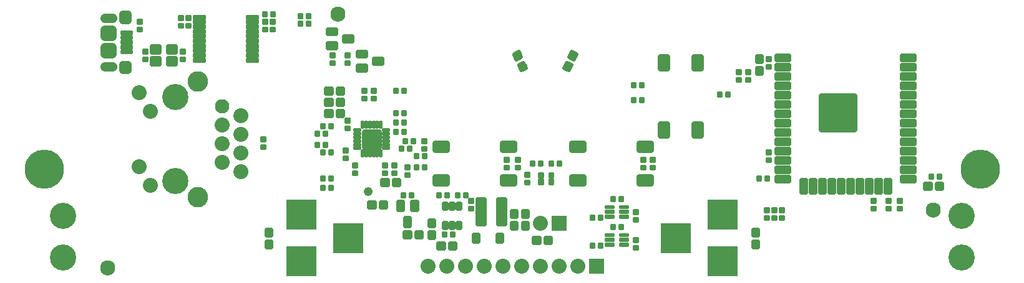
<source format=gbr>
G04 EAGLE Gerber RS-274X export*
G75*
%MOMM*%
%FSLAX34Y34*%
%LPD*%
%INSoldermask Top*%
%IPPOS*%
%AMOC8*
5,1,8,0,0,1.08239X$1,22.5*%
G01*
%ADD10C,5.334000*%
%ADD11C,3.556000*%
%ADD12C,0.450238*%
%ADD13C,0.601919*%
%ADD14C,0.490878*%
%ADD15C,0.668838*%
%ADD16C,0.572516*%
%ADD17C,0.744300*%
%ADD18C,0.735559*%
%ADD19C,0.565459*%
%ADD20C,1.270000*%
%ADD21C,0.451259*%
%ADD22C,0.959319*%
%ADD23C,1.206238*%
%ADD24C,0.344378*%
%ADD25C,0.743578*%
%ADD26C,2.032000*%
%ADD27C,1.954000*%
%ADD28C,2.794000*%
%ADD29C,3.554000*%
%ADD30R,4.064000X4.064000*%
%ADD31C,0.461159*%
%ADD32R,2.032000X2.032000*%
%ADD33C,0.392400*%
%ADD34C,0.659878*%
%ADD35C,0.377950*%
%ADD36C,1.000000*%
%ADD37C,1.210400*%


D10*
X50800Y152400D03*
X1320800Y152400D03*
D11*
X76200Y88900D03*
X76200Y31750D03*
X1295400Y31750D03*
X1295400Y88900D03*
D12*
X248399Y346041D02*
X248399Y349579D01*
X248399Y346041D02*
X244361Y346041D01*
X244361Y349579D01*
X248399Y349579D01*
X248399Y356541D02*
X248399Y360079D01*
X248399Y356541D02*
X244361Y356541D01*
X244361Y360079D01*
X248399Y360079D01*
X345961Y194979D02*
X345961Y191441D01*
X345961Y194979D02*
X349999Y194979D01*
X349999Y191441D01*
X345961Y191441D01*
X345961Y184479D02*
X345961Y180941D01*
X345961Y184479D02*
X349999Y184479D01*
X349999Y180941D01*
X345961Y180941D01*
X499859Y246981D02*
X499859Y250519D01*
X499859Y246981D02*
X495821Y246981D01*
X495821Y250519D01*
X499859Y250519D01*
X499859Y257481D02*
X499859Y261019D01*
X499859Y257481D02*
X495821Y257481D01*
X495821Y261019D01*
X499859Y261019D01*
D13*
X579841Y66881D02*
X579841Y59359D01*
X573319Y59359D01*
X573319Y66881D01*
X579841Y66881D01*
X579841Y65077D02*
X573319Y65077D01*
X579841Y75359D02*
X579841Y82881D01*
X579841Y75359D02*
X573319Y75359D01*
X573319Y82881D01*
X579841Y82881D01*
X579841Y81077D02*
X573319Y81077D01*
X352339Y70181D02*
X352339Y62659D01*
X352339Y70181D02*
X358861Y70181D01*
X358861Y62659D01*
X352339Y62659D01*
X352339Y68377D02*
X358861Y68377D01*
X352339Y54181D02*
X352339Y46659D01*
X352339Y54181D02*
X358861Y54181D01*
X358861Y46659D01*
X352339Y46659D01*
X352339Y52377D02*
X358861Y52377D01*
D12*
X691401Y163501D02*
X691401Y167039D01*
X695439Y167039D01*
X695439Y163501D01*
X691401Y163501D01*
X691401Y156539D02*
X691401Y153001D01*
X691401Y156539D02*
X695439Y156539D01*
X695439Y153001D01*
X691401Y153001D01*
X995159Y272381D02*
X995159Y275919D01*
X995159Y272381D02*
X991121Y272381D01*
X991121Y275919D01*
X995159Y275919D01*
X995159Y282881D02*
X995159Y286419D01*
X995159Y282881D02*
X991121Y282881D01*
X991121Y286419D01*
X995159Y286419D01*
X865619Y156539D02*
X865619Y153001D01*
X861581Y153001D01*
X861581Y156539D01*
X865619Y156539D01*
X865619Y163501D02*
X865619Y167039D01*
X865619Y163501D02*
X861581Y163501D01*
X861581Y167039D01*
X865619Y167039D01*
D13*
X498499Y296459D02*
X498499Y302981D01*
X509021Y302981D01*
X509021Y296459D01*
X498499Y296459D01*
X498499Y302177D02*
X509021Y302177D01*
X476499Y293481D02*
X476499Y286959D01*
X476499Y293481D02*
X487021Y293481D01*
X487021Y286959D01*
X476499Y286959D01*
X476499Y292677D02*
X487021Y292677D01*
X476499Y305959D02*
X476499Y312481D01*
X487021Y312481D01*
X487021Y305959D01*
X476499Y305959D01*
X476499Y311677D02*
X487021Y311677D01*
X457859Y326939D02*
X457859Y333461D01*
X468381Y333461D01*
X468381Y326939D01*
X457859Y326939D01*
X457859Y332657D02*
X468381Y332657D01*
X435859Y323961D02*
X435859Y317439D01*
X435859Y323961D02*
X446381Y323961D01*
X446381Y317439D01*
X435859Y317439D01*
X435859Y323157D02*
X446381Y323157D01*
X435859Y336439D02*
X435859Y342961D01*
X446381Y342961D01*
X446381Y336439D01*
X435859Y336439D01*
X435859Y342157D02*
X446381Y342157D01*
D12*
X1029221Y98459D02*
X1029221Y94921D01*
X1029221Y98459D02*
X1033259Y98459D01*
X1033259Y94921D01*
X1029221Y94921D01*
X1029221Y87959D02*
X1029221Y84421D01*
X1029221Y87959D02*
X1033259Y87959D01*
X1033259Y84421D01*
X1029221Y84421D01*
X704101Y143181D02*
X704101Y146719D01*
X708139Y146719D01*
X708139Y143181D01*
X704101Y143181D01*
X704101Y136219D02*
X704101Y132681D01*
X704101Y136219D02*
X708139Y136219D01*
X708139Y132681D01*
X704101Y132681D01*
X1252821Y140221D02*
X1256359Y140221D01*
X1252821Y140221D02*
X1252821Y144259D01*
X1256359Y144259D01*
X1256359Y140221D01*
X1263321Y140221D02*
X1266859Y140221D01*
X1263321Y140221D02*
X1263321Y144259D01*
X1266859Y144259D01*
X1266859Y140221D01*
X540419Y261099D02*
X536881Y261099D01*
X540419Y261099D02*
X540419Y257061D01*
X536881Y257061D01*
X536881Y261099D01*
X529919Y261099D02*
X526381Y261099D01*
X529919Y261099D02*
X529919Y257061D01*
X526381Y257061D01*
X526381Y261099D01*
X676161Y167039D02*
X676161Y163501D01*
X676161Y167039D02*
X680199Y167039D01*
X680199Y163501D01*
X676161Y163501D01*
X676161Y156539D02*
X676161Y153001D01*
X676161Y156539D02*
X680199Y156539D01*
X680199Y153001D01*
X676161Y153001D01*
X1007859Y272381D02*
X1007859Y275919D01*
X1007859Y272381D02*
X1003821Y272381D01*
X1003821Y275919D01*
X1007859Y275919D01*
X1007859Y282881D02*
X1007859Y286419D01*
X1007859Y282881D02*
X1003821Y282881D01*
X1003821Y286419D01*
X1007859Y286419D01*
X874281Y167039D02*
X874281Y163501D01*
X874281Y167039D02*
X878319Y167039D01*
X878319Y163501D01*
X874281Y163501D01*
X874281Y156539D02*
X874281Y153001D01*
X874281Y156539D02*
X878319Y156539D01*
X878319Y153001D01*
X874281Y153001D01*
X1178039Y100659D02*
X1178039Y97121D01*
X1174001Y97121D01*
X1174001Y100659D01*
X1178039Y100659D01*
X1178039Y107621D02*
X1178039Y111159D01*
X1178039Y107621D02*
X1174001Y107621D01*
X1174001Y111159D01*
X1178039Y111159D01*
X1033179Y141719D02*
X1029641Y141719D01*
X1033179Y141719D02*
X1033179Y137681D01*
X1029641Y137681D01*
X1029641Y141719D01*
X1022679Y141719D02*
X1019141Y141719D01*
X1022679Y141719D02*
X1022679Y137681D01*
X1019141Y137681D01*
X1019141Y141719D01*
X979839Y256019D02*
X976301Y256019D01*
X979839Y256019D02*
X979839Y251981D01*
X976301Y251981D01*
X976301Y256019D01*
X969339Y256019D02*
X965801Y256019D01*
X969339Y256019D02*
X969339Y251981D01*
X965801Y251981D01*
X965801Y256019D01*
X1043419Y87959D02*
X1043419Y84421D01*
X1039381Y84421D01*
X1039381Y87959D01*
X1043419Y87959D01*
X1043419Y94921D02*
X1043419Y98459D01*
X1043419Y94921D02*
X1039381Y94921D01*
X1039381Y98459D01*
X1043419Y98459D01*
X441359Y212839D02*
X437821Y212839D01*
X441359Y212839D02*
X441359Y208801D01*
X437821Y208801D01*
X437821Y212839D01*
X430859Y212839D02*
X427321Y212839D01*
X430859Y212839D02*
X430859Y208801D01*
X427321Y208801D01*
X427321Y212839D01*
X437821Y177279D02*
X441359Y177279D01*
X441359Y173241D01*
X437821Y173241D01*
X437821Y177279D01*
X430859Y177279D02*
X427321Y177279D01*
X430859Y177279D02*
X430859Y173241D01*
X427321Y173241D01*
X427321Y177279D01*
X430201Y187439D02*
X433739Y187439D01*
X433739Y183401D01*
X430201Y183401D01*
X430201Y187439D01*
X423239Y187439D02*
X419701Y187439D01*
X423239Y187439D02*
X423239Y183401D01*
X419701Y183401D01*
X419701Y187439D01*
X430201Y202679D02*
X433739Y202679D01*
X433739Y198641D01*
X430201Y198641D01*
X430201Y202679D01*
X423239Y202679D02*
X419701Y202679D01*
X423239Y202679D02*
X423239Y198641D01*
X419701Y198641D01*
X419701Y202679D01*
X526381Y201181D02*
X529919Y201181D01*
X526381Y201181D02*
X526381Y205219D01*
X529919Y205219D01*
X529919Y201181D01*
X536881Y201181D02*
X540419Y201181D01*
X536881Y201181D02*
X536881Y205219D01*
X540419Y205219D01*
X540419Y201181D01*
X554321Y152921D02*
X557859Y152921D01*
X554321Y152921D02*
X554321Y156959D01*
X557859Y156959D01*
X557859Y152921D01*
X564821Y152921D02*
X568359Y152921D01*
X564821Y152921D02*
X564821Y156959D01*
X568359Y156959D01*
X568359Y152921D01*
X568439Y178401D02*
X568439Y181939D01*
X568439Y178401D02*
X564401Y178401D01*
X564401Y181939D01*
X568439Y181939D01*
X568439Y188901D02*
X568439Y192439D01*
X568439Y188901D02*
X564401Y188901D01*
X564401Y192439D01*
X568439Y192439D01*
X529919Y226581D02*
X526381Y226581D01*
X526381Y230619D01*
X529919Y230619D01*
X529919Y226581D01*
X536881Y226581D02*
X540419Y226581D01*
X536881Y226581D02*
X536881Y230619D01*
X540419Y230619D01*
X540419Y226581D01*
X461759Y169239D02*
X461759Y165701D01*
X457721Y165701D01*
X457721Y169239D01*
X461759Y169239D01*
X461759Y176201D02*
X461759Y179739D01*
X461759Y176201D02*
X457721Y176201D01*
X457721Y179739D01*
X461759Y179739D01*
X441359Y141719D02*
X437821Y141719D01*
X441359Y141719D02*
X441359Y137681D01*
X437821Y137681D01*
X437821Y141719D01*
X430859Y141719D02*
X427321Y141719D01*
X430859Y141719D02*
X430859Y137681D01*
X427321Y137681D01*
X427321Y141719D01*
X439941Y305741D02*
X439941Y309279D01*
X443979Y309279D01*
X443979Y305741D01*
X439941Y305741D01*
X439941Y298779D02*
X439941Y295241D01*
X439941Y298779D02*
X443979Y298779D01*
X443979Y295241D01*
X439941Y295241D01*
X441359Y129019D02*
X437821Y129019D01*
X441359Y129019D02*
X441359Y124981D01*
X437821Y124981D01*
X437821Y129019D01*
X430859Y129019D02*
X427321Y129019D01*
X430859Y129019D02*
X430859Y124981D01*
X427321Y124981D01*
X427321Y129019D01*
X549581Y192519D02*
X553119Y192519D01*
X553119Y188481D01*
X549581Y188481D01*
X549581Y192519D01*
X542619Y192519D02*
X539081Y192519D01*
X542619Y192519D02*
X542619Y188481D01*
X539081Y188481D01*
X539081Y192519D01*
X529919Y213881D02*
X526381Y213881D01*
X526381Y217919D01*
X529919Y217919D01*
X529919Y213881D01*
X536881Y213881D02*
X540419Y213881D01*
X536881Y213881D02*
X536881Y217919D01*
X540419Y217919D01*
X540419Y213881D01*
X541541Y156879D02*
X541541Y153341D01*
X541541Y156879D02*
X545579Y156879D01*
X545579Y153341D01*
X541541Y153341D01*
X541541Y146379D02*
X541541Y142841D01*
X541541Y146379D02*
X545579Y146379D01*
X545579Y142841D01*
X541541Y142841D01*
X564821Y172199D02*
X568359Y172199D01*
X568359Y168161D01*
X564821Y168161D01*
X564821Y172199D01*
X557859Y172199D02*
X554321Y172199D01*
X557859Y172199D02*
X557859Y168161D01*
X554321Y168161D01*
X554321Y172199D01*
X487159Y246981D02*
X487159Y250519D01*
X487159Y246981D02*
X483121Y246981D01*
X483121Y250519D01*
X487159Y250519D01*
X487159Y257481D02*
X487159Y261019D01*
X487159Y257481D02*
X483121Y257481D01*
X483121Y261019D01*
X487159Y261019D01*
X464299Y295241D02*
X464299Y298779D01*
X464299Y295241D02*
X460261Y295241D01*
X460261Y298779D01*
X464299Y298779D01*
X464299Y305741D02*
X464299Y309279D01*
X464299Y305741D02*
X460261Y305741D01*
X460261Y309279D01*
X464299Y309279D01*
X352119Y361201D02*
X348581Y361201D01*
X348581Y365239D01*
X352119Y365239D01*
X352119Y361201D01*
X359081Y361201D02*
X362619Y361201D01*
X359081Y361201D02*
X359081Y365239D01*
X362619Y365239D01*
X362619Y361201D01*
X1213599Y100659D02*
X1213599Y97121D01*
X1209561Y97121D01*
X1209561Y100659D01*
X1213599Y100659D01*
X1213599Y107621D02*
X1213599Y111159D01*
X1213599Y107621D02*
X1209561Y107621D01*
X1209561Y111159D01*
X1213599Y111159D01*
X751239Y162039D02*
X747701Y162039D01*
X751239Y162039D02*
X751239Y158001D01*
X747701Y158001D01*
X747701Y162039D01*
X740739Y162039D02*
X737201Y162039D01*
X740739Y162039D02*
X740739Y158001D01*
X737201Y158001D01*
X737201Y162039D01*
X715339Y158001D02*
X711801Y158001D01*
X711801Y162039D01*
X715339Y162039D01*
X715339Y158001D01*
X722301Y158001D02*
X725839Y158001D01*
X722301Y158001D02*
X722301Y162039D01*
X725839Y162039D01*
X725839Y158001D01*
D13*
X456261Y262341D02*
X448739Y262341D01*
X456261Y262341D02*
X456261Y255819D01*
X448739Y255819D01*
X448739Y262341D01*
X448739Y261537D02*
X456261Y261537D01*
X440261Y262341D02*
X432739Y262341D01*
X440261Y262341D02*
X440261Y255819D01*
X432739Y255819D01*
X432739Y262341D01*
X432739Y261537D02*
X440261Y261537D01*
X440261Y225339D02*
X432739Y225339D01*
X432739Y231861D01*
X440261Y231861D01*
X440261Y225339D01*
X440261Y231057D02*
X432739Y231057D01*
X448739Y225339D02*
X456261Y225339D01*
X448739Y225339D02*
X448739Y231861D01*
X456261Y231861D01*
X456261Y225339D01*
X456261Y231057D02*
X448739Y231057D01*
D12*
X1035799Y166699D02*
X1035799Y163161D01*
X1031761Y163161D01*
X1031761Y166699D01*
X1035799Y166699D01*
X1035799Y173661D02*
X1035799Y177199D01*
X1035799Y173661D02*
X1031761Y173661D01*
X1031761Y177199D01*
X1035799Y177199D01*
X464299Y206341D02*
X464299Y209879D01*
X464299Y206341D02*
X460261Y206341D01*
X460261Y209879D01*
X464299Y209879D01*
X464299Y216841D02*
X464299Y220379D01*
X464299Y216841D02*
X460261Y216841D01*
X460261Y220379D01*
X464299Y220379D01*
X470421Y159419D02*
X470421Y155881D01*
X470421Y159419D02*
X474459Y159419D01*
X474459Y155881D01*
X470421Y155881D01*
X470421Y148919D02*
X470421Y145381D01*
X470421Y148919D02*
X474459Y148919D01*
X474459Y145381D01*
X470421Y145381D01*
D13*
X524939Y137881D02*
X532461Y137881D01*
X532461Y131359D01*
X524939Y131359D01*
X524939Y137881D01*
X524939Y137077D02*
X532461Y137077D01*
X516461Y137881D02*
X508939Y137881D01*
X516461Y137881D02*
X516461Y131359D01*
X508939Y131359D01*
X508939Y137881D01*
X508939Y137077D02*
X516461Y137077D01*
X1024341Y282879D02*
X1024341Y290401D01*
X1024341Y282879D02*
X1017819Y282879D01*
X1017819Y290401D01*
X1024341Y290401D01*
X1024341Y288597D02*
X1017819Y288597D01*
X1024341Y298879D02*
X1024341Y306401D01*
X1024341Y298879D02*
X1017819Y298879D01*
X1017819Y306401D01*
X1024341Y306401D01*
X1024341Y304597D02*
X1017819Y304597D01*
D12*
X1035799Y293699D02*
X1035799Y290161D01*
X1031761Y290161D01*
X1031761Y293699D01*
X1035799Y293699D01*
X1035799Y300661D02*
X1035799Y304199D01*
X1035799Y300661D02*
X1031761Y300661D01*
X1031761Y304199D01*
X1035799Y304199D01*
D13*
X1012739Y70181D02*
X1012739Y62659D01*
X1012739Y70181D02*
X1019261Y70181D01*
X1019261Y62659D01*
X1012739Y62659D01*
X1012739Y68377D02*
X1019261Y68377D01*
X1012739Y54181D02*
X1012739Y46659D01*
X1012739Y54181D02*
X1019261Y54181D01*
X1019261Y46659D01*
X1012739Y46659D01*
X1012739Y52377D02*
X1019261Y52377D01*
X685079Y88059D02*
X685079Y95581D01*
X691601Y95581D01*
X691601Y88059D01*
X685079Y88059D01*
X685079Y93777D02*
X691601Y93777D01*
X685079Y79581D02*
X685079Y72059D01*
X685079Y79581D02*
X691601Y79581D01*
X691601Y72059D01*
X685079Y72059D01*
X685079Y77777D02*
X691601Y77777D01*
D12*
X1049541Y94921D02*
X1049541Y98459D01*
X1053579Y98459D01*
X1053579Y94921D01*
X1049541Y94921D01*
X1049541Y87959D02*
X1049541Y84421D01*
X1049541Y87959D02*
X1053579Y87959D01*
X1053579Y84421D01*
X1049541Y84421D01*
X511061Y155881D02*
X511061Y159419D01*
X515099Y159419D01*
X515099Y155881D01*
X511061Y155881D01*
X511061Y148919D02*
X511061Y145381D01*
X511061Y148919D02*
X515099Y148919D01*
X515099Y145381D01*
X511061Y145381D01*
X523761Y155881D02*
X523761Y159419D01*
X527799Y159419D01*
X527799Y155881D01*
X523761Y155881D01*
X523761Y148919D02*
X523761Y145381D01*
X523761Y148919D02*
X527799Y148919D01*
X527799Y145381D01*
X523761Y145381D01*
X348501Y351461D02*
X348501Y354999D01*
X352539Y354999D01*
X352539Y351461D01*
X348501Y351461D01*
X348501Y344499D02*
X348501Y340961D01*
X348501Y344499D02*
X352539Y344499D01*
X352539Y340961D01*
X348501Y340961D01*
X358661Y351461D02*
X358661Y354999D01*
X362699Y354999D01*
X362699Y351461D01*
X358661Y351461D01*
X358661Y344499D02*
X358661Y340961D01*
X358661Y344499D02*
X362699Y344499D01*
X362699Y340961D01*
X358661Y340961D01*
X238239Y346041D02*
X238239Y349579D01*
X238239Y346041D02*
X234201Y346041D01*
X234201Y349579D01*
X238239Y349579D01*
X238239Y356541D02*
X238239Y360079D01*
X238239Y356541D02*
X234201Y356541D01*
X234201Y360079D01*
X238239Y360079D01*
X182359Y344499D02*
X182359Y340961D01*
X178321Y340961D01*
X178321Y344499D01*
X182359Y344499D01*
X182359Y351461D02*
X182359Y354999D01*
X182359Y351461D02*
X178321Y351461D01*
X178321Y354999D01*
X182359Y354999D01*
D13*
X448739Y247101D02*
X456261Y247101D01*
X456261Y240579D01*
X448739Y240579D01*
X448739Y247101D01*
X448739Y246297D02*
X456261Y246297D01*
X440261Y247101D02*
X432739Y247101D01*
X440261Y247101D02*
X440261Y240579D01*
X432739Y240579D01*
X432739Y247101D01*
X432739Y246297D02*
X440261Y246297D01*
D14*
X611754Y105716D02*
X611754Y98084D01*
X611754Y105716D02*
X616286Y105716D01*
X616286Y98084D01*
X611754Y98084D01*
X611754Y102748D02*
X616286Y102748D01*
X602254Y105716D02*
X602254Y98084D01*
X602254Y105716D02*
X606786Y105716D01*
X606786Y98084D01*
X602254Y98084D01*
X602254Y102748D02*
X606786Y102748D01*
X592754Y105716D02*
X592754Y98084D01*
X592754Y105716D02*
X597286Y105716D01*
X597286Y98084D01*
X592754Y98084D01*
X592754Y102748D02*
X597286Y102748D01*
X592754Y79716D02*
X592754Y72084D01*
X592754Y79716D02*
X597286Y79716D01*
X597286Y72084D01*
X592754Y72084D01*
X592754Y76748D02*
X597286Y76748D01*
X602254Y79716D02*
X602254Y72084D01*
X602254Y79716D02*
X606786Y79716D01*
X606786Y72084D01*
X602254Y72084D01*
X602254Y76748D02*
X606786Y76748D01*
X611754Y79716D02*
X611754Y72084D01*
X611754Y79716D02*
X616286Y79716D01*
X616286Y72084D01*
X611754Y72084D01*
X611754Y76748D02*
X616286Y76748D01*
D15*
X639934Y77554D02*
X647786Y77554D01*
X639934Y77554D02*
X639934Y110406D01*
X647786Y110406D01*
X647786Y77554D01*
X647786Y83908D02*
X639934Y83908D01*
X639934Y90262D02*
X647786Y90262D01*
X647786Y96616D02*
X639934Y96616D01*
X639934Y102970D02*
X647786Y102970D01*
X647786Y109324D02*
X639934Y109324D01*
X667934Y77554D02*
X675786Y77554D01*
X667934Y77554D02*
X667934Y110406D01*
X675786Y110406D01*
X675786Y77554D01*
X675786Y83908D02*
X667934Y83908D01*
X667934Y90262D02*
X675786Y90262D01*
X675786Y96616D02*
X667934Y96616D01*
X667934Y102970D02*
X675786Y102970D01*
X675786Y109324D02*
X667934Y109324D01*
D12*
X606459Y65519D02*
X602921Y65519D01*
X606459Y65519D02*
X606459Y61481D01*
X602921Y61481D01*
X602921Y65519D01*
X595959Y65519D02*
X592421Y65519D01*
X595959Y65519D02*
X595959Y61481D01*
X592421Y61481D01*
X592421Y65519D01*
X627901Y107621D02*
X627901Y111159D01*
X631939Y111159D01*
X631939Y107621D01*
X627901Y107621D01*
X627901Y100659D02*
X627901Y97121D01*
X627901Y100659D02*
X631939Y100659D01*
X631939Y97121D01*
X627901Y97121D01*
X613739Y114821D02*
X610201Y114821D01*
X610201Y118859D01*
X613739Y118859D01*
X613739Y114821D01*
X620701Y114821D02*
X624239Y114821D01*
X620701Y114821D02*
X620701Y118859D01*
X624239Y118859D01*
X624239Y114821D01*
X588339Y114821D02*
X584801Y114821D01*
X584801Y118859D01*
X588339Y118859D01*
X588339Y114821D01*
X595301Y114821D02*
X598839Y114821D01*
X595301Y114821D02*
X595301Y118859D01*
X598839Y118859D01*
X598839Y114821D01*
D16*
X639377Y62924D02*
X639377Y53916D01*
X633417Y53916D01*
X633417Y62924D01*
X639377Y62924D01*
X639377Y59355D02*
X633417Y59355D01*
X672143Y62924D02*
X672143Y53916D01*
X666183Y53916D01*
X666183Y62924D01*
X672143Y62924D01*
X672143Y59355D02*
X666183Y59355D01*
D12*
X540079Y114821D02*
X536541Y114821D01*
X536541Y118859D01*
X540079Y118859D01*
X540079Y114821D01*
X547041Y114821D02*
X550579Y114821D01*
X547041Y114821D02*
X547041Y118859D01*
X550579Y118859D01*
X550579Y114821D01*
D13*
X546941Y60239D02*
X539419Y60239D01*
X539419Y66761D01*
X546941Y66761D01*
X546941Y60239D01*
X546941Y65957D02*
X539419Y65957D01*
X555419Y60239D02*
X562941Y60239D01*
X555419Y60239D02*
X555419Y66761D01*
X562941Y66761D01*
X562941Y60239D01*
X562941Y65957D02*
X555419Y65957D01*
D17*
X581451Y132471D02*
X597549Y132471D01*
X581451Y132471D02*
X581451Y141569D01*
X597549Y141569D01*
X597549Y132471D01*
X597549Y139542D02*
X581451Y139542D01*
X581451Y178471D02*
X597549Y178471D01*
X581451Y178471D02*
X581451Y187569D01*
X597549Y187569D01*
X597549Y178471D01*
X597549Y185542D02*
X581451Y185542D01*
X672451Y178471D02*
X688549Y178471D01*
X672451Y178471D02*
X672451Y187569D01*
X688549Y187569D01*
X688549Y178471D01*
X688549Y185542D02*
X672451Y185542D01*
X672451Y132471D02*
X688549Y132471D01*
X672451Y132471D02*
X672451Y141569D01*
X688549Y141569D01*
X688549Y132471D01*
X688549Y139542D02*
X672451Y139542D01*
X941949Y197911D02*
X941949Y214009D01*
X941949Y197911D02*
X932851Y197911D01*
X932851Y214009D01*
X941949Y214009D01*
X941949Y204982D02*
X932851Y204982D01*
X932851Y212053D02*
X941949Y212053D01*
X895949Y214009D02*
X895949Y197911D01*
X886851Y197911D01*
X886851Y214009D01*
X895949Y214009D01*
X895949Y204982D02*
X886851Y204982D01*
X886851Y212053D02*
X895949Y212053D01*
X895949Y288911D02*
X895949Y305009D01*
X895949Y288911D02*
X886851Y288911D01*
X886851Y305009D01*
X895949Y305009D01*
X895949Y295982D02*
X886851Y295982D01*
X886851Y303053D02*
X895949Y303053D01*
X941949Y305009D02*
X941949Y288911D01*
X932851Y288911D01*
X932851Y305009D01*
X941949Y305009D01*
X941949Y295982D02*
X932851Y295982D01*
X932851Y303053D02*
X941949Y303053D01*
X782969Y132471D02*
X766871Y132471D01*
X766871Y141569D01*
X782969Y141569D01*
X782969Y132471D01*
X782969Y139542D02*
X766871Y139542D01*
X766871Y178471D02*
X782969Y178471D01*
X766871Y178471D02*
X766871Y187569D01*
X782969Y187569D01*
X782969Y178471D01*
X782969Y185542D02*
X766871Y185542D01*
X857871Y178471D02*
X873969Y178471D01*
X857871Y178471D02*
X857871Y187569D01*
X873969Y187569D01*
X873969Y178471D01*
X873969Y185542D02*
X857871Y185542D01*
X857871Y132471D02*
X873969Y132471D01*
X857871Y132471D02*
X857871Y141569D01*
X873969Y141569D01*
X873969Y132471D01*
X873969Y139542D02*
X857871Y139542D01*
D12*
X537539Y178321D02*
X534001Y178321D01*
X534001Y182359D01*
X537539Y182359D01*
X537539Y178321D01*
X544501Y178321D02*
X548039Y178321D01*
X544501Y178321D02*
X544501Y182359D01*
X548039Y182359D01*
X548039Y178321D01*
X855459Y47319D02*
X855459Y43781D01*
X851421Y43781D01*
X851421Y47319D01*
X855459Y47319D01*
X855459Y54281D02*
X855459Y57819D01*
X855459Y54281D02*
X851421Y54281D01*
X851421Y57819D01*
X855459Y57819D01*
D18*
X1105328Y206468D02*
X1150512Y206468D01*
X1105328Y206468D02*
X1105328Y251652D01*
X1150512Y251652D01*
X1150512Y206468D01*
X1150512Y213456D02*
X1105328Y213456D01*
X1105328Y220444D02*
X1150512Y220444D01*
X1150512Y227432D02*
X1105328Y227432D01*
X1105328Y234420D02*
X1150512Y234420D01*
X1150512Y241408D02*
X1105328Y241408D01*
X1105328Y248396D02*
X1150512Y248396D01*
D19*
X1061363Y301117D02*
X1044477Y301117D01*
X1044477Y307003D01*
X1061363Y307003D01*
X1061363Y301117D01*
X1061363Y306489D02*
X1044477Y306489D01*
X1044477Y288417D02*
X1061363Y288417D01*
X1044477Y288417D02*
X1044477Y294303D01*
X1061363Y294303D01*
X1061363Y288417D01*
X1061363Y293789D02*
X1044477Y293789D01*
X1044477Y275717D02*
X1061363Y275717D01*
X1044477Y275717D02*
X1044477Y281603D01*
X1061363Y281603D01*
X1061363Y275717D01*
X1061363Y281089D02*
X1044477Y281089D01*
X1044477Y263017D02*
X1061363Y263017D01*
X1044477Y263017D02*
X1044477Y268903D01*
X1061363Y268903D01*
X1061363Y263017D01*
X1061363Y268389D02*
X1044477Y268389D01*
X1044477Y250317D02*
X1061363Y250317D01*
X1044477Y250317D02*
X1044477Y256203D01*
X1061363Y256203D01*
X1061363Y250317D01*
X1061363Y255689D02*
X1044477Y255689D01*
X1044477Y237617D02*
X1061363Y237617D01*
X1044477Y237617D02*
X1044477Y243503D01*
X1061363Y243503D01*
X1061363Y237617D01*
X1061363Y242989D02*
X1044477Y242989D01*
X1044477Y224917D02*
X1061363Y224917D01*
X1044477Y224917D02*
X1044477Y230803D01*
X1061363Y230803D01*
X1061363Y224917D01*
X1061363Y230289D02*
X1044477Y230289D01*
X1044477Y212217D02*
X1061363Y212217D01*
X1044477Y212217D02*
X1044477Y218103D01*
X1061363Y218103D01*
X1061363Y212217D01*
X1061363Y217589D02*
X1044477Y217589D01*
X1044477Y199517D02*
X1061363Y199517D01*
X1044477Y199517D02*
X1044477Y205403D01*
X1061363Y205403D01*
X1061363Y199517D01*
X1061363Y204889D02*
X1044477Y204889D01*
X1044477Y186817D02*
X1061363Y186817D01*
X1044477Y186817D02*
X1044477Y192703D01*
X1061363Y192703D01*
X1061363Y186817D01*
X1061363Y192189D02*
X1044477Y192189D01*
X1044477Y174117D02*
X1061363Y174117D01*
X1044477Y174117D02*
X1044477Y180003D01*
X1061363Y180003D01*
X1061363Y174117D01*
X1061363Y179489D02*
X1044477Y179489D01*
X1044477Y161417D02*
X1061363Y161417D01*
X1044477Y161417D02*
X1044477Y167303D01*
X1061363Y167303D01*
X1061363Y161417D01*
X1061363Y166789D02*
X1044477Y166789D01*
X1044477Y148717D02*
X1061363Y148717D01*
X1044477Y148717D02*
X1044477Y154603D01*
X1061363Y154603D01*
X1061363Y148717D01*
X1061363Y154089D02*
X1044477Y154089D01*
X1044477Y136017D02*
X1061363Y136017D01*
X1044477Y136017D02*
X1044477Y141903D01*
X1061363Y141903D01*
X1061363Y136017D01*
X1061363Y141389D02*
X1044477Y141389D01*
X1083713Y137403D02*
X1083713Y120517D01*
X1077827Y120517D01*
X1077827Y137403D01*
X1083713Y137403D01*
X1083713Y125889D02*
X1077827Y125889D01*
X1077827Y131261D02*
X1083713Y131261D01*
X1083713Y136633D02*
X1077827Y136633D01*
X1096413Y137403D02*
X1096413Y120517D01*
X1090527Y120517D01*
X1090527Y137403D01*
X1096413Y137403D01*
X1096413Y125889D02*
X1090527Y125889D01*
X1090527Y131261D02*
X1096413Y131261D01*
X1096413Y136633D02*
X1090527Y136633D01*
X1109113Y137403D02*
X1109113Y120517D01*
X1103227Y120517D01*
X1103227Y137403D01*
X1109113Y137403D01*
X1109113Y125889D02*
X1103227Y125889D01*
X1103227Y131261D02*
X1109113Y131261D01*
X1109113Y136633D02*
X1103227Y136633D01*
X1121813Y137403D02*
X1121813Y120517D01*
X1115927Y120517D01*
X1115927Y137403D01*
X1121813Y137403D01*
X1121813Y125889D02*
X1115927Y125889D01*
X1115927Y131261D02*
X1121813Y131261D01*
X1121813Y136633D02*
X1115927Y136633D01*
X1134513Y137403D02*
X1134513Y120517D01*
X1128627Y120517D01*
X1128627Y137403D01*
X1134513Y137403D01*
X1134513Y125889D02*
X1128627Y125889D01*
X1128627Y131261D02*
X1134513Y131261D01*
X1134513Y136633D02*
X1128627Y136633D01*
X1147213Y137403D02*
X1147213Y120517D01*
X1141327Y120517D01*
X1141327Y137403D01*
X1147213Y137403D01*
X1147213Y125889D02*
X1141327Y125889D01*
X1141327Y131261D02*
X1147213Y131261D01*
X1147213Y136633D02*
X1141327Y136633D01*
X1159913Y137403D02*
X1159913Y120517D01*
X1154027Y120517D01*
X1154027Y137403D01*
X1159913Y137403D01*
X1159913Y125889D02*
X1154027Y125889D01*
X1154027Y131261D02*
X1159913Y131261D01*
X1159913Y136633D02*
X1154027Y136633D01*
X1172613Y137403D02*
X1172613Y120517D01*
X1166727Y120517D01*
X1166727Y137403D01*
X1172613Y137403D01*
X1172613Y125889D02*
X1166727Y125889D01*
X1166727Y131261D02*
X1172613Y131261D01*
X1172613Y136633D02*
X1166727Y136633D01*
X1185313Y137403D02*
X1185313Y120517D01*
X1179427Y120517D01*
X1179427Y137403D01*
X1185313Y137403D01*
X1185313Y125889D02*
X1179427Y125889D01*
X1179427Y131261D02*
X1185313Y131261D01*
X1185313Y136633D02*
X1179427Y136633D01*
X1198013Y137403D02*
X1198013Y120517D01*
X1192127Y120517D01*
X1192127Y137403D01*
X1198013Y137403D01*
X1198013Y125889D02*
X1192127Y125889D01*
X1192127Y131261D02*
X1198013Y131261D01*
X1198013Y136633D02*
X1192127Y136633D01*
X1214477Y141903D02*
X1231363Y141903D01*
X1231363Y136017D01*
X1214477Y136017D01*
X1214477Y141903D01*
X1214477Y141389D02*
X1231363Y141389D01*
X1231363Y154603D02*
X1214477Y154603D01*
X1231363Y154603D02*
X1231363Y148717D01*
X1214477Y148717D01*
X1214477Y154603D01*
X1214477Y154089D02*
X1231363Y154089D01*
X1231363Y167303D02*
X1214477Y167303D01*
X1231363Y167303D02*
X1231363Y161417D01*
X1214477Y161417D01*
X1214477Y167303D01*
X1214477Y166789D02*
X1231363Y166789D01*
X1231363Y180003D02*
X1214477Y180003D01*
X1231363Y180003D02*
X1231363Y174117D01*
X1214477Y174117D01*
X1214477Y180003D01*
X1214477Y179489D02*
X1231363Y179489D01*
X1231363Y192703D02*
X1214477Y192703D01*
X1231363Y192703D02*
X1231363Y186817D01*
X1214477Y186817D01*
X1214477Y192703D01*
X1214477Y192189D02*
X1231363Y192189D01*
X1231363Y205403D02*
X1214477Y205403D01*
X1231363Y205403D02*
X1231363Y199517D01*
X1214477Y199517D01*
X1214477Y205403D01*
X1214477Y204889D02*
X1231363Y204889D01*
X1231363Y218103D02*
X1214477Y218103D01*
X1231363Y218103D02*
X1231363Y212217D01*
X1214477Y212217D01*
X1214477Y218103D01*
X1214477Y217589D02*
X1231363Y217589D01*
X1231363Y230803D02*
X1214477Y230803D01*
X1231363Y230803D02*
X1231363Y224917D01*
X1214477Y224917D01*
X1214477Y230803D01*
X1214477Y230289D02*
X1231363Y230289D01*
X1231363Y243503D02*
X1214477Y243503D01*
X1231363Y243503D02*
X1231363Y237617D01*
X1214477Y237617D01*
X1214477Y243503D01*
X1214477Y242989D02*
X1231363Y242989D01*
X1231363Y256203D02*
X1214477Y256203D01*
X1231363Y256203D02*
X1231363Y250317D01*
X1214477Y250317D01*
X1214477Y256203D01*
X1214477Y255689D02*
X1231363Y255689D01*
X1231363Y268903D02*
X1214477Y268903D01*
X1231363Y268903D02*
X1231363Y263017D01*
X1214477Y263017D01*
X1214477Y268903D01*
X1214477Y268389D02*
X1231363Y268389D01*
X1231363Y281603D02*
X1214477Y281603D01*
X1231363Y281603D02*
X1231363Y275717D01*
X1214477Y275717D01*
X1214477Y281603D01*
X1214477Y281089D02*
X1231363Y281089D01*
X1231363Y294303D02*
X1214477Y294303D01*
X1231363Y294303D02*
X1231363Y288417D01*
X1214477Y288417D01*
X1214477Y294303D01*
X1214477Y293789D02*
X1231363Y293789D01*
X1231363Y307003D02*
X1214477Y307003D01*
X1231363Y307003D02*
X1231363Y301117D01*
X1214477Y301117D01*
X1214477Y307003D01*
X1214477Y306489D02*
X1231363Y306489D01*
D20*
X143430Y358120D02*
X133270Y358120D01*
X133270Y292120D02*
X143430Y292120D01*
D21*
X169114Y324106D02*
X169114Y326134D01*
X169114Y324106D02*
X156086Y324106D01*
X156086Y326134D01*
X169114Y326134D01*
X169114Y330606D02*
X169114Y332634D01*
X169114Y330606D02*
X156086Y330606D01*
X156086Y332634D01*
X169114Y332634D01*
X169114Y319634D02*
X169114Y317606D01*
X156086Y317606D01*
X156086Y319634D01*
X169114Y319634D01*
X169114Y313134D02*
X169114Y311106D01*
X156086Y311106D01*
X156086Y313134D01*
X169114Y313134D01*
X169114Y337106D02*
X169114Y339134D01*
X169114Y337106D02*
X156086Y337106D01*
X156086Y339134D01*
X169114Y339134D01*
D22*
X164304Y354646D02*
X157356Y354646D01*
X157356Y363594D01*
X164304Y363594D01*
X164304Y354646D01*
X164304Y286646D02*
X157356Y286646D01*
X157356Y295594D01*
X164304Y295594D01*
X164304Y286646D01*
D23*
X133611Y332381D02*
X133611Y341859D01*
X143089Y341859D01*
X143089Y332381D01*
X133611Y332381D01*
X133611Y317859D02*
X133611Y308381D01*
X133611Y317859D02*
X143089Y317859D01*
X143089Y308381D01*
X133611Y308381D01*
D24*
X510802Y181388D02*
X518498Y181388D01*
X518498Y179692D01*
X510802Y179692D01*
X510802Y181388D01*
X510802Y186388D02*
X518498Y186388D01*
X518498Y184692D01*
X510802Y184692D01*
X510802Y186388D01*
X510802Y191388D02*
X518498Y191388D01*
X518498Y189692D01*
X510802Y189692D01*
X510802Y191388D01*
X510802Y196388D02*
X518498Y196388D01*
X518498Y194692D01*
X510802Y194692D01*
X510802Y196388D01*
X510802Y201388D02*
X518498Y201388D01*
X518498Y199692D01*
X510802Y199692D01*
X510802Y201388D01*
X510802Y206388D02*
X518498Y206388D01*
X518498Y204692D01*
X510802Y204692D01*
X510802Y206388D01*
X479798Y206388D02*
X472102Y206388D01*
X479798Y206388D02*
X479798Y204692D01*
X472102Y204692D01*
X472102Y206388D01*
X472102Y201388D02*
X479798Y201388D01*
X479798Y199692D01*
X472102Y199692D01*
X472102Y201388D01*
X472102Y196388D02*
X479798Y196388D01*
X479798Y194692D01*
X472102Y194692D01*
X472102Y196388D01*
X472102Y191388D02*
X479798Y191388D01*
X479798Y189692D01*
X472102Y189692D01*
X472102Y191388D01*
X472102Y186388D02*
X479798Y186388D01*
X479798Y184692D01*
X472102Y184692D01*
X472102Y186388D01*
X472102Y181388D02*
X479798Y181388D01*
X479798Y179692D01*
X472102Y179692D01*
X472102Y181388D01*
X483648Y177538D02*
X483648Y169842D01*
X481952Y169842D01*
X481952Y177538D01*
X483648Y177538D01*
X483648Y173114D02*
X481952Y173114D01*
X481952Y176386D02*
X483648Y176386D01*
X488648Y177538D02*
X488648Y169842D01*
X486952Y169842D01*
X486952Y177538D01*
X488648Y177538D01*
X488648Y173114D02*
X486952Y173114D01*
X486952Y176386D02*
X488648Y176386D01*
X493648Y177538D02*
X493648Y169842D01*
X491952Y169842D01*
X491952Y177538D01*
X493648Y177538D01*
X493648Y173114D02*
X491952Y173114D01*
X491952Y176386D02*
X493648Y176386D01*
X498648Y177538D02*
X498648Y169842D01*
X496952Y169842D01*
X496952Y177538D01*
X498648Y177538D01*
X498648Y173114D02*
X496952Y173114D01*
X496952Y176386D02*
X498648Y176386D01*
X503648Y177538D02*
X503648Y169842D01*
X501952Y169842D01*
X501952Y177538D01*
X503648Y177538D01*
X503648Y173114D02*
X501952Y173114D01*
X501952Y176386D02*
X503648Y176386D01*
X508648Y177538D02*
X508648Y169842D01*
X506952Y169842D01*
X506952Y177538D01*
X508648Y177538D01*
X508648Y173114D02*
X506952Y173114D01*
X506952Y176386D02*
X508648Y176386D01*
X508648Y208542D02*
X508648Y216238D01*
X508648Y208542D02*
X506952Y208542D01*
X506952Y216238D01*
X508648Y216238D01*
X508648Y211814D02*
X506952Y211814D01*
X506952Y215086D02*
X508648Y215086D01*
X503648Y216238D02*
X503648Y208542D01*
X501952Y208542D01*
X501952Y216238D01*
X503648Y216238D01*
X503648Y211814D02*
X501952Y211814D01*
X501952Y215086D02*
X503648Y215086D01*
X498648Y216238D02*
X498648Y208542D01*
X496952Y208542D01*
X496952Y216238D01*
X498648Y216238D01*
X498648Y211814D02*
X496952Y211814D01*
X496952Y215086D02*
X498648Y215086D01*
X493648Y216238D02*
X493648Y208542D01*
X491952Y208542D01*
X491952Y216238D01*
X493648Y216238D01*
X493648Y211814D02*
X491952Y211814D01*
X491952Y215086D02*
X493648Y215086D01*
X488648Y216238D02*
X488648Y208542D01*
X486952Y208542D01*
X486952Y216238D01*
X488648Y216238D01*
X488648Y211814D02*
X486952Y211814D01*
X486952Y215086D02*
X488648Y215086D01*
X483648Y216238D02*
X483648Y208542D01*
X481952Y208542D01*
X481952Y216238D01*
X483648Y216238D01*
X483648Y211814D02*
X481952Y211814D01*
X481952Y215086D02*
X483648Y215086D01*
D25*
X505352Y203092D02*
X505352Y182988D01*
X485248Y182988D01*
X485248Y203092D01*
X505352Y203092D01*
X505352Y190052D02*
X485248Y190052D01*
X485248Y197116D02*
X505352Y197116D01*
D26*
X317490Y148598D03*
X292090Y161298D03*
X317490Y173998D03*
X292090Y186698D03*
X317490Y199398D03*
X292090Y212098D03*
X317490Y224798D03*
D27*
X292090Y237498D03*
D28*
X259090Y271798D03*
X259090Y114298D03*
D26*
X194804Y129785D03*
X179604Y256285D03*
X194809Y230904D03*
X179609Y155204D03*
D29*
X228590Y135898D03*
X228590Y250198D03*
D30*
X400050Y26670D03*
X400050Y90170D03*
X463550Y58420D03*
X971550Y26670D03*
X971550Y90170D03*
X908050Y58420D03*
D31*
X726484Y141986D02*
X722556Y141986D01*
X722556Y146414D01*
X726484Y146414D01*
X726484Y141986D01*
X726484Y146367D02*
X722556Y146367D01*
X736556Y141986D02*
X740484Y141986D01*
X736556Y141986D02*
X736556Y146414D01*
X740484Y146414D01*
X740484Y141986D01*
X740484Y146367D02*
X736556Y146367D01*
X736556Y132986D02*
X740484Y132986D01*
X736556Y132986D02*
X736556Y137414D01*
X740484Y137414D01*
X740484Y132986D01*
X740484Y137367D02*
X736556Y137367D01*
X726484Y132986D02*
X722556Y132986D01*
X722556Y137414D01*
X726484Y137414D01*
X726484Y132986D01*
X726484Y137367D02*
X722556Y137367D01*
D32*
X800100Y20320D03*
D26*
X774700Y20320D03*
X749300Y20320D03*
X723900Y20320D03*
X698500Y20320D03*
X673100Y20320D03*
X647700Y20320D03*
X622300Y20320D03*
X596900Y20320D03*
X571500Y20320D03*
D13*
X585139Y44999D02*
X592661Y44999D01*
X585139Y44999D02*
X585139Y51521D01*
X592661Y51521D01*
X592661Y44999D01*
X592661Y50717D02*
X585139Y50717D01*
X601139Y44999D02*
X608661Y44999D01*
X601139Y44999D02*
X601139Y51521D01*
X608661Y51521D01*
X608661Y44999D01*
X608661Y50717D02*
X601139Y50717D01*
X714679Y52619D02*
X722201Y52619D01*
X714679Y52619D02*
X714679Y59141D01*
X722201Y59141D01*
X722201Y52619D01*
X722201Y58337D02*
X714679Y58337D01*
X730679Y52619D02*
X738201Y52619D01*
X730679Y52619D02*
X730679Y59141D01*
X738201Y59141D01*
X738201Y52619D01*
X738201Y58337D02*
X730679Y58337D01*
D32*
X749300Y78740D03*
D26*
X723900Y78740D03*
D13*
X691467Y302184D02*
X688289Y309000D01*
X694199Y311756D01*
X697377Y304940D01*
X691467Y302184D01*
X688801Y307902D02*
X695996Y307902D01*
X695051Y294500D02*
X698229Y287684D01*
X695051Y294500D02*
X700961Y297256D01*
X704139Y290440D01*
X698229Y287684D01*
X695563Y293402D02*
X702758Y293402D01*
X763377Y304940D02*
X766555Y311756D01*
X772465Y309000D01*
X769287Y302184D01*
X763377Y304940D01*
X764758Y307902D02*
X771953Y307902D01*
X759793Y297256D02*
X756615Y290440D01*
X759793Y297256D02*
X765703Y294500D01*
X762525Y287684D01*
X756615Y290440D01*
X757996Y293402D02*
X765191Y293402D01*
D12*
X848961Y244361D02*
X852499Y244361D01*
X848961Y244361D02*
X848961Y248399D01*
X852499Y248399D01*
X852499Y244361D01*
X859461Y244361D02*
X862999Y244361D01*
X859461Y244361D02*
X859461Y248399D01*
X862999Y248399D01*
X862999Y244361D01*
X852499Y264681D02*
X848961Y264681D01*
X848961Y268719D01*
X852499Y268719D01*
X852499Y264681D01*
X859461Y264681D02*
X862999Y264681D01*
X859461Y264681D02*
X859461Y268719D01*
X862999Y268719D01*
X862999Y264681D01*
D13*
X514681Y107401D02*
X507159Y107401D01*
X514681Y107401D02*
X514681Y100879D01*
X507159Y100879D01*
X507159Y107401D01*
X507159Y106597D02*
X514681Y106597D01*
X498681Y107401D02*
X491159Y107401D01*
X498681Y107401D02*
X498681Y100879D01*
X491159Y100879D01*
X491159Y107401D01*
X491159Y106597D02*
X498681Y106597D01*
D33*
X254122Y358142D02*
X254122Y360758D01*
X267738Y360758D01*
X267738Y358142D01*
X254122Y358142D01*
X254122Y354258D02*
X254122Y351642D01*
X254122Y354258D02*
X267738Y354258D01*
X267738Y351642D01*
X254122Y351642D01*
X254122Y347758D02*
X254122Y345142D01*
X254122Y347758D02*
X267738Y347758D01*
X267738Y345142D01*
X254122Y345142D01*
X254122Y341258D02*
X254122Y338642D01*
X254122Y341258D02*
X267738Y341258D01*
X267738Y338642D01*
X254122Y338642D01*
X254122Y334758D02*
X254122Y332142D01*
X254122Y334758D02*
X267738Y334758D01*
X267738Y332142D01*
X254122Y332142D01*
X254122Y328258D02*
X254122Y325642D01*
X254122Y328258D02*
X267738Y328258D01*
X267738Y325642D01*
X254122Y325642D01*
X254122Y321758D02*
X254122Y319142D01*
X254122Y321758D02*
X267738Y321758D01*
X267738Y319142D01*
X254122Y319142D01*
X254122Y315258D02*
X254122Y312642D01*
X254122Y315258D02*
X267738Y315258D01*
X267738Y312642D01*
X254122Y312642D01*
X254122Y308758D02*
X254122Y306142D01*
X254122Y308758D02*
X267738Y308758D01*
X267738Y306142D01*
X254122Y306142D01*
X254122Y302258D02*
X254122Y299642D01*
X254122Y302258D02*
X267738Y302258D01*
X267738Y299642D01*
X254122Y299642D01*
X326622Y299642D02*
X326622Y302258D01*
X340238Y302258D01*
X340238Y299642D01*
X326622Y299642D01*
X326622Y306142D02*
X326622Y308758D01*
X340238Y308758D01*
X340238Y306142D01*
X326622Y306142D01*
X326622Y312642D02*
X326622Y315258D01*
X340238Y315258D01*
X340238Y312642D01*
X326622Y312642D01*
X326622Y319142D02*
X326622Y321758D01*
X340238Y321758D01*
X340238Y319142D01*
X326622Y319142D01*
X326622Y325642D02*
X326622Y328258D01*
X340238Y328258D01*
X340238Y325642D01*
X326622Y325642D01*
X326622Y332142D02*
X326622Y334758D01*
X340238Y334758D01*
X340238Y332142D01*
X326622Y332142D01*
X326622Y338642D02*
X326622Y341258D01*
X340238Y341258D01*
X340238Y338642D01*
X326622Y338642D01*
X326622Y345142D02*
X326622Y347758D01*
X340238Y347758D01*
X340238Y345142D01*
X326622Y345142D01*
X326622Y351642D02*
X326622Y354258D01*
X340238Y354258D01*
X340238Y351642D01*
X326622Y351642D01*
X326622Y358142D02*
X326622Y360758D01*
X340238Y360758D01*
X340238Y358142D01*
X326622Y358142D01*
D12*
X407341Y362699D02*
X410879Y362699D01*
X410879Y358661D01*
X407341Y358661D01*
X407341Y362699D01*
X400379Y362699D02*
X396841Y362699D01*
X400379Y362699D02*
X400379Y358661D01*
X396841Y358661D01*
X396841Y362699D01*
X407341Y352539D02*
X410879Y352539D01*
X410879Y348501D01*
X407341Y348501D01*
X407341Y352539D01*
X400379Y352539D02*
X396841Y352539D01*
X400379Y352539D02*
X400379Y348501D01*
X396841Y348501D01*
X396841Y352539D01*
D34*
X229331Y303061D02*
X229331Y295619D01*
X219389Y295619D01*
X219389Y303061D01*
X229331Y303061D01*
X229331Y301888D02*
X219389Y301888D01*
X207331Y303061D02*
X207331Y295619D01*
X197389Y295619D01*
X197389Y303061D01*
X207331Y303061D01*
X207331Y301888D02*
X197389Y301888D01*
X207331Y311619D02*
X207331Y319061D01*
X207331Y311619D02*
X197389Y311619D01*
X197389Y319061D01*
X207331Y319061D01*
X207331Y317888D02*
X197389Y317888D01*
X229331Y319061D02*
X229331Y311619D01*
X219389Y311619D01*
X219389Y319061D01*
X229331Y319061D01*
X229331Y317888D02*
X219389Y317888D01*
D12*
X189979Y303859D02*
X189979Y300321D01*
X185941Y300321D01*
X185941Y303859D01*
X189979Y303859D01*
X189979Y310821D02*
X189979Y314359D01*
X189979Y310821D02*
X185941Y310821D01*
X185941Y314359D01*
X189979Y314359D01*
X236741Y314359D02*
X236741Y310821D01*
X236741Y314359D02*
X240779Y314359D01*
X240779Y310821D01*
X236741Y310821D01*
X236741Y303859D02*
X236741Y300321D01*
X236741Y303859D02*
X240779Y303859D01*
X240779Y300321D01*
X236741Y300321D01*
D13*
X540299Y85701D02*
X546821Y85701D01*
X546821Y75179D01*
X540299Y75179D01*
X540299Y85701D01*
X540299Y80897D02*
X546821Y80897D01*
X537321Y107701D02*
X530799Y107701D01*
X537321Y107701D02*
X537321Y97179D01*
X530799Y97179D01*
X530799Y107701D01*
X530799Y102897D02*
X537321Y102897D01*
X549799Y107701D02*
X556321Y107701D01*
X556321Y97179D01*
X549799Y97179D01*
X549799Y107701D01*
X549799Y102897D02*
X556321Y102897D01*
X700319Y95581D02*
X700319Y88059D01*
X700319Y95581D02*
X706841Y95581D01*
X706841Y88059D01*
X700319Y88059D01*
X700319Y93777D02*
X706841Y93777D01*
X700319Y79581D02*
X700319Y72059D01*
X700319Y79581D02*
X706841Y79581D01*
X706841Y72059D01*
X700319Y72059D01*
X700319Y77777D02*
X706841Y77777D01*
X1261539Y132801D02*
X1269061Y132801D01*
X1269061Y126279D01*
X1261539Y126279D01*
X1261539Y132801D01*
X1261539Y131997D02*
X1269061Y131997D01*
X1253061Y132801D02*
X1245539Y132801D01*
X1253061Y132801D02*
X1253061Y126279D01*
X1245539Y126279D01*
X1245539Y132801D01*
X1245539Y131997D02*
X1253061Y131997D01*
D12*
X1198359Y100659D02*
X1198359Y97121D01*
X1194321Y97121D01*
X1194321Y100659D01*
X1198359Y100659D01*
X1198359Y107621D02*
X1198359Y111159D01*
X1198359Y107621D02*
X1194321Y107621D01*
X1194321Y111159D01*
X1198359Y111159D01*
D35*
X843041Y50538D02*
X832597Y50538D01*
X843041Y50538D02*
X843041Y48222D01*
X832597Y48222D01*
X832597Y50538D01*
X832597Y57038D02*
X843041Y57038D01*
X843041Y54722D01*
X832597Y54722D01*
X832597Y57038D01*
X832597Y63538D02*
X843041Y63538D01*
X843041Y61222D01*
X832597Y61222D01*
X832597Y63538D01*
X823483Y63538D02*
X813039Y63538D01*
X823483Y63538D02*
X823483Y61222D01*
X813039Y61222D01*
X813039Y63538D01*
X813039Y57038D02*
X823483Y57038D01*
X823483Y54722D01*
X813039Y54722D01*
X813039Y57038D01*
X813039Y50538D02*
X823483Y50538D01*
X823483Y48222D01*
X813039Y48222D01*
X813039Y50538D01*
X832597Y88638D02*
X843041Y88638D01*
X843041Y86322D01*
X832597Y86322D01*
X832597Y88638D01*
X832597Y95138D02*
X843041Y95138D01*
X843041Y92822D01*
X832597Y92822D01*
X832597Y95138D01*
X832597Y101638D02*
X843041Y101638D01*
X843041Y99322D01*
X832597Y99322D01*
X832597Y101638D01*
X823483Y101638D02*
X813039Y101638D01*
X823483Y101638D02*
X823483Y99322D01*
X813039Y99322D01*
X813039Y101638D01*
X813039Y95138D02*
X823483Y95138D01*
X823483Y92822D01*
X813039Y92822D01*
X813039Y95138D01*
X813039Y88638D02*
X823483Y88638D01*
X823483Y86322D01*
X813039Y86322D01*
X813039Y88638D01*
D12*
X855459Y85419D02*
X855459Y81881D01*
X851421Y81881D01*
X851421Y85419D01*
X855459Y85419D01*
X855459Y92381D02*
X855459Y95919D01*
X855459Y92381D02*
X851421Y92381D01*
X851421Y95919D01*
X855459Y95919D01*
X807119Y50279D02*
X803581Y50279D01*
X807119Y50279D02*
X807119Y46241D01*
X803581Y46241D01*
X803581Y50279D01*
X796619Y50279D02*
X793081Y50279D01*
X796619Y50279D02*
X796619Y46241D01*
X793081Y46241D01*
X793081Y50279D01*
X803581Y88379D02*
X807119Y88379D01*
X807119Y84341D01*
X803581Y84341D01*
X803581Y88379D01*
X796619Y88379D02*
X793081Y88379D01*
X796619Y88379D02*
X796619Y84341D01*
X793081Y84341D01*
X793081Y88379D01*
X831521Y75679D02*
X835059Y75679D01*
X835059Y71641D01*
X831521Y71641D01*
X831521Y75679D01*
X824559Y75679D02*
X821021Y75679D01*
X824559Y75679D02*
X824559Y71641D01*
X821021Y71641D01*
X821021Y75679D01*
X831521Y113779D02*
X835059Y113779D01*
X835059Y109741D01*
X831521Y109741D01*
X831521Y113779D01*
X824559Y113779D02*
X821021Y113779D01*
X824559Y113779D02*
X824559Y109741D01*
X821021Y109741D01*
X821021Y113779D01*
D36*
X132160Y17780D02*
X132162Y17921D01*
X132168Y18062D01*
X132178Y18202D01*
X132192Y18342D01*
X132210Y18482D01*
X132231Y18621D01*
X132257Y18760D01*
X132286Y18898D01*
X132320Y19034D01*
X132357Y19170D01*
X132398Y19305D01*
X132443Y19439D01*
X132492Y19571D01*
X132544Y19702D01*
X132600Y19831D01*
X132660Y19958D01*
X132723Y20084D01*
X132789Y20208D01*
X132860Y20331D01*
X132933Y20451D01*
X133010Y20569D01*
X133090Y20685D01*
X133174Y20798D01*
X133260Y20909D01*
X133350Y21018D01*
X133443Y21124D01*
X133538Y21227D01*
X133637Y21328D01*
X133738Y21426D01*
X133842Y21521D01*
X133949Y21613D01*
X134058Y21702D01*
X134170Y21787D01*
X134284Y21870D01*
X134400Y21950D01*
X134519Y22026D01*
X134640Y22098D01*
X134762Y22168D01*
X134887Y22233D01*
X135013Y22296D01*
X135141Y22354D01*
X135271Y22409D01*
X135402Y22461D01*
X135535Y22508D01*
X135669Y22552D01*
X135804Y22593D01*
X135940Y22629D01*
X136077Y22661D01*
X136215Y22690D01*
X136353Y22715D01*
X136493Y22735D01*
X136633Y22752D01*
X136773Y22765D01*
X136914Y22774D01*
X137054Y22779D01*
X137195Y22780D01*
X137336Y22777D01*
X137477Y22770D01*
X137617Y22759D01*
X137757Y22744D01*
X137897Y22725D01*
X138036Y22703D01*
X138174Y22676D01*
X138312Y22646D01*
X138448Y22611D01*
X138584Y22573D01*
X138718Y22531D01*
X138852Y22485D01*
X138984Y22436D01*
X139114Y22382D01*
X139243Y22325D01*
X139370Y22265D01*
X139496Y22201D01*
X139619Y22133D01*
X139741Y22062D01*
X139861Y21988D01*
X139978Y21910D01*
X140093Y21829D01*
X140206Y21745D01*
X140317Y21658D01*
X140425Y21567D01*
X140530Y21474D01*
X140633Y21377D01*
X140733Y21278D01*
X140830Y21176D01*
X140924Y21071D01*
X141015Y20964D01*
X141103Y20854D01*
X141188Y20742D01*
X141270Y20627D01*
X141349Y20510D01*
X141424Y20391D01*
X141496Y20270D01*
X141564Y20147D01*
X141629Y20022D01*
X141691Y19895D01*
X141748Y19766D01*
X141803Y19636D01*
X141853Y19505D01*
X141900Y19372D01*
X141943Y19238D01*
X141982Y19102D01*
X142017Y18966D01*
X142049Y18829D01*
X142076Y18691D01*
X142100Y18552D01*
X142120Y18412D01*
X142136Y18272D01*
X142148Y18132D01*
X142156Y17991D01*
X142160Y17850D01*
X142160Y17710D01*
X142156Y17569D01*
X142148Y17428D01*
X142136Y17288D01*
X142120Y17148D01*
X142100Y17008D01*
X142076Y16869D01*
X142049Y16731D01*
X142017Y16594D01*
X141982Y16458D01*
X141943Y16322D01*
X141900Y16188D01*
X141853Y16055D01*
X141803Y15924D01*
X141748Y15794D01*
X141691Y15665D01*
X141629Y15538D01*
X141564Y15413D01*
X141496Y15290D01*
X141424Y15169D01*
X141349Y15050D01*
X141270Y14933D01*
X141188Y14818D01*
X141103Y14706D01*
X141015Y14596D01*
X140924Y14489D01*
X140830Y14384D01*
X140733Y14282D01*
X140633Y14183D01*
X140530Y14086D01*
X140425Y13993D01*
X140317Y13902D01*
X140206Y13815D01*
X140093Y13731D01*
X139978Y13650D01*
X139861Y13572D01*
X139741Y13498D01*
X139619Y13427D01*
X139496Y13359D01*
X139370Y13295D01*
X139243Y13235D01*
X139114Y13178D01*
X138984Y13124D01*
X138852Y13075D01*
X138718Y13029D01*
X138584Y12987D01*
X138448Y12949D01*
X138312Y12914D01*
X138174Y12884D01*
X138036Y12857D01*
X137897Y12835D01*
X137757Y12816D01*
X137617Y12801D01*
X137477Y12790D01*
X137336Y12783D01*
X137195Y12780D01*
X137054Y12781D01*
X136914Y12786D01*
X136773Y12795D01*
X136633Y12808D01*
X136493Y12825D01*
X136353Y12845D01*
X136215Y12870D01*
X136077Y12899D01*
X135940Y12931D01*
X135804Y12967D01*
X135669Y13008D01*
X135535Y13052D01*
X135402Y13099D01*
X135271Y13151D01*
X135141Y13206D01*
X135013Y13264D01*
X134887Y13327D01*
X134762Y13392D01*
X134640Y13462D01*
X134519Y13534D01*
X134400Y13610D01*
X134284Y13690D01*
X134170Y13773D01*
X134058Y13858D01*
X133949Y13947D01*
X133842Y14039D01*
X133738Y14134D01*
X133637Y14232D01*
X133538Y14333D01*
X133443Y14436D01*
X133350Y14542D01*
X133260Y14651D01*
X133174Y14762D01*
X133090Y14875D01*
X133010Y14991D01*
X132933Y15109D01*
X132860Y15229D01*
X132789Y15352D01*
X132723Y15476D01*
X132660Y15602D01*
X132600Y15729D01*
X132544Y15858D01*
X132492Y15989D01*
X132443Y16121D01*
X132398Y16255D01*
X132357Y16390D01*
X132320Y16526D01*
X132286Y16662D01*
X132257Y16800D01*
X132231Y16939D01*
X132210Y17078D01*
X132192Y17218D01*
X132178Y17358D01*
X132168Y17498D01*
X132162Y17639D01*
X132160Y17780D01*
X444580Y363220D02*
X444582Y363361D01*
X444588Y363502D01*
X444598Y363642D01*
X444612Y363782D01*
X444630Y363922D01*
X444651Y364061D01*
X444677Y364200D01*
X444706Y364338D01*
X444740Y364474D01*
X444777Y364610D01*
X444818Y364745D01*
X444863Y364879D01*
X444912Y365011D01*
X444964Y365142D01*
X445020Y365271D01*
X445080Y365398D01*
X445143Y365524D01*
X445209Y365648D01*
X445280Y365771D01*
X445353Y365891D01*
X445430Y366009D01*
X445510Y366125D01*
X445594Y366238D01*
X445680Y366349D01*
X445770Y366458D01*
X445863Y366564D01*
X445958Y366667D01*
X446057Y366768D01*
X446158Y366866D01*
X446262Y366961D01*
X446369Y367053D01*
X446478Y367142D01*
X446590Y367227D01*
X446704Y367310D01*
X446820Y367390D01*
X446939Y367466D01*
X447060Y367538D01*
X447182Y367608D01*
X447307Y367673D01*
X447433Y367736D01*
X447561Y367794D01*
X447691Y367849D01*
X447822Y367901D01*
X447955Y367948D01*
X448089Y367992D01*
X448224Y368033D01*
X448360Y368069D01*
X448497Y368101D01*
X448635Y368130D01*
X448773Y368155D01*
X448913Y368175D01*
X449053Y368192D01*
X449193Y368205D01*
X449334Y368214D01*
X449474Y368219D01*
X449615Y368220D01*
X449756Y368217D01*
X449897Y368210D01*
X450037Y368199D01*
X450177Y368184D01*
X450317Y368165D01*
X450456Y368143D01*
X450594Y368116D01*
X450732Y368086D01*
X450868Y368051D01*
X451004Y368013D01*
X451138Y367971D01*
X451272Y367925D01*
X451404Y367876D01*
X451534Y367822D01*
X451663Y367765D01*
X451790Y367705D01*
X451916Y367641D01*
X452039Y367573D01*
X452161Y367502D01*
X452281Y367428D01*
X452398Y367350D01*
X452513Y367269D01*
X452626Y367185D01*
X452737Y367098D01*
X452845Y367007D01*
X452950Y366914D01*
X453053Y366817D01*
X453153Y366718D01*
X453250Y366616D01*
X453344Y366511D01*
X453435Y366404D01*
X453523Y366294D01*
X453608Y366182D01*
X453690Y366067D01*
X453769Y365950D01*
X453844Y365831D01*
X453916Y365710D01*
X453984Y365587D01*
X454049Y365462D01*
X454111Y365335D01*
X454168Y365206D01*
X454223Y365076D01*
X454273Y364945D01*
X454320Y364812D01*
X454363Y364678D01*
X454402Y364542D01*
X454437Y364406D01*
X454469Y364269D01*
X454496Y364131D01*
X454520Y363992D01*
X454540Y363852D01*
X454556Y363712D01*
X454568Y363572D01*
X454576Y363431D01*
X454580Y363290D01*
X454580Y363150D01*
X454576Y363009D01*
X454568Y362868D01*
X454556Y362728D01*
X454540Y362588D01*
X454520Y362448D01*
X454496Y362309D01*
X454469Y362171D01*
X454437Y362034D01*
X454402Y361898D01*
X454363Y361762D01*
X454320Y361628D01*
X454273Y361495D01*
X454223Y361364D01*
X454168Y361234D01*
X454111Y361105D01*
X454049Y360978D01*
X453984Y360853D01*
X453916Y360730D01*
X453844Y360609D01*
X453769Y360490D01*
X453690Y360373D01*
X453608Y360258D01*
X453523Y360146D01*
X453435Y360036D01*
X453344Y359929D01*
X453250Y359824D01*
X453153Y359722D01*
X453053Y359623D01*
X452950Y359526D01*
X452845Y359433D01*
X452737Y359342D01*
X452626Y359255D01*
X452513Y359171D01*
X452398Y359090D01*
X452281Y359012D01*
X452161Y358938D01*
X452039Y358867D01*
X451916Y358799D01*
X451790Y358735D01*
X451663Y358675D01*
X451534Y358618D01*
X451404Y358564D01*
X451272Y358515D01*
X451138Y358469D01*
X451004Y358427D01*
X450868Y358389D01*
X450732Y358354D01*
X450594Y358324D01*
X450456Y358297D01*
X450317Y358275D01*
X450177Y358256D01*
X450037Y358241D01*
X449897Y358230D01*
X449756Y358223D01*
X449615Y358220D01*
X449474Y358221D01*
X449334Y358226D01*
X449193Y358235D01*
X449053Y358248D01*
X448913Y358265D01*
X448773Y358285D01*
X448635Y358310D01*
X448497Y358339D01*
X448360Y358371D01*
X448224Y358407D01*
X448089Y358448D01*
X447955Y358492D01*
X447822Y358539D01*
X447691Y358591D01*
X447561Y358646D01*
X447433Y358704D01*
X447307Y358767D01*
X447182Y358832D01*
X447060Y358902D01*
X446939Y358974D01*
X446820Y359050D01*
X446704Y359130D01*
X446590Y359213D01*
X446478Y359298D01*
X446369Y359387D01*
X446262Y359479D01*
X446158Y359574D01*
X446057Y359672D01*
X445958Y359773D01*
X445863Y359876D01*
X445770Y359982D01*
X445680Y360091D01*
X445594Y360202D01*
X445510Y360315D01*
X445430Y360431D01*
X445353Y360549D01*
X445280Y360669D01*
X445209Y360792D01*
X445143Y360916D01*
X445080Y361042D01*
X445020Y361169D01*
X444964Y361298D01*
X444912Y361429D01*
X444863Y361561D01*
X444818Y361695D01*
X444777Y361830D01*
X444740Y361966D01*
X444706Y362102D01*
X444677Y362240D01*
X444651Y362379D01*
X444630Y362518D01*
X444612Y362658D01*
X444598Y362798D01*
X444588Y362938D01*
X444582Y363079D01*
X444580Y363220D01*
X1252300Y96520D02*
X1252302Y96661D01*
X1252308Y96802D01*
X1252318Y96942D01*
X1252332Y97082D01*
X1252350Y97222D01*
X1252371Y97361D01*
X1252397Y97500D01*
X1252426Y97638D01*
X1252460Y97774D01*
X1252497Y97910D01*
X1252538Y98045D01*
X1252583Y98179D01*
X1252632Y98311D01*
X1252684Y98442D01*
X1252740Y98571D01*
X1252800Y98698D01*
X1252863Y98824D01*
X1252929Y98948D01*
X1253000Y99071D01*
X1253073Y99191D01*
X1253150Y99309D01*
X1253230Y99425D01*
X1253314Y99538D01*
X1253400Y99649D01*
X1253490Y99758D01*
X1253583Y99864D01*
X1253678Y99967D01*
X1253777Y100068D01*
X1253878Y100166D01*
X1253982Y100261D01*
X1254089Y100353D01*
X1254198Y100442D01*
X1254310Y100527D01*
X1254424Y100610D01*
X1254540Y100690D01*
X1254659Y100766D01*
X1254780Y100838D01*
X1254902Y100908D01*
X1255027Y100973D01*
X1255153Y101036D01*
X1255281Y101094D01*
X1255411Y101149D01*
X1255542Y101201D01*
X1255675Y101248D01*
X1255809Y101292D01*
X1255944Y101333D01*
X1256080Y101369D01*
X1256217Y101401D01*
X1256355Y101430D01*
X1256493Y101455D01*
X1256633Y101475D01*
X1256773Y101492D01*
X1256913Y101505D01*
X1257054Y101514D01*
X1257194Y101519D01*
X1257335Y101520D01*
X1257476Y101517D01*
X1257617Y101510D01*
X1257757Y101499D01*
X1257897Y101484D01*
X1258037Y101465D01*
X1258176Y101443D01*
X1258314Y101416D01*
X1258452Y101386D01*
X1258588Y101351D01*
X1258724Y101313D01*
X1258858Y101271D01*
X1258992Y101225D01*
X1259124Y101176D01*
X1259254Y101122D01*
X1259383Y101065D01*
X1259510Y101005D01*
X1259636Y100941D01*
X1259759Y100873D01*
X1259881Y100802D01*
X1260001Y100728D01*
X1260118Y100650D01*
X1260233Y100569D01*
X1260346Y100485D01*
X1260457Y100398D01*
X1260565Y100307D01*
X1260670Y100214D01*
X1260773Y100117D01*
X1260873Y100018D01*
X1260970Y99916D01*
X1261064Y99811D01*
X1261155Y99704D01*
X1261243Y99594D01*
X1261328Y99482D01*
X1261410Y99367D01*
X1261489Y99250D01*
X1261564Y99131D01*
X1261636Y99010D01*
X1261704Y98887D01*
X1261769Y98762D01*
X1261831Y98635D01*
X1261888Y98506D01*
X1261943Y98376D01*
X1261993Y98245D01*
X1262040Y98112D01*
X1262083Y97978D01*
X1262122Y97842D01*
X1262157Y97706D01*
X1262189Y97569D01*
X1262216Y97431D01*
X1262240Y97292D01*
X1262260Y97152D01*
X1262276Y97012D01*
X1262288Y96872D01*
X1262296Y96731D01*
X1262300Y96590D01*
X1262300Y96450D01*
X1262296Y96309D01*
X1262288Y96168D01*
X1262276Y96028D01*
X1262260Y95888D01*
X1262240Y95748D01*
X1262216Y95609D01*
X1262189Y95471D01*
X1262157Y95334D01*
X1262122Y95198D01*
X1262083Y95062D01*
X1262040Y94928D01*
X1261993Y94795D01*
X1261943Y94664D01*
X1261888Y94534D01*
X1261831Y94405D01*
X1261769Y94278D01*
X1261704Y94153D01*
X1261636Y94030D01*
X1261564Y93909D01*
X1261489Y93790D01*
X1261410Y93673D01*
X1261328Y93558D01*
X1261243Y93446D01*
X1261155Y93336D01*
X1261064Y93229D01*
X1260970Y93124D01*
X1260873Y93022D01*
X1260773Y92923D01*
X1260670Y92826D01*
X1260565Y92733D01*
X1260457Y92642D01*
X1260346Y92555D01*
X1260233Y92471D01*
X1260118Y92390D01*
X1260001Y92312D01*
X1259881Y92238D01*
X1259759Y92167D01*
X1259636Y92099D01*
X1259510Y92035D01*
X1259383Y91975D01*
X1259254Y91918D01*
X1259124Y91864D01*
X1258992Y91815D01*
X1258858Y91769D01*
X1258724Y91727D01*
X1258588Y91689D01*
X1258452Y91654D01*
X1258314Y91624D01*
X1258176Y91597D01*
X1258037Y91575D01*
X1257897Y91556D01*
X1257757Y91541D01*
X1257617Y91530D01*
X1257476Y91523D01*
X1257335Y91520D01*
X1257194Y91521D01*
X1257054Y91526D01*
X1256913Y91535D01*
X1256773Y91548D01*
X1256633Y91565D01*
X1256493Y91585D01*
X1256355Y91610D01*
X1256217Y91639D01*
X1256080Y91671D01*
X1255944Y91707D01*
X1255809Y91748D01*
X1255675Y91792D01*
X1255542Y91839D01*
X1255411Y91891D01*
X1255281Y91946D01*
X1255153Y92004D01*
X1255027Y92067D01*
X1254902Y92132D01*
X1254780Y92202D01*
X1254659Y92274D01*
X1254540Y92350D01*
X1254424Y92430D01*
X1254310Y92513D01*
X1254198Y92598D01*
X1254089Y92687D01*
X1253982Y92779D01*
X1253878Y92874D01*
X1253777Y92972D01*
X1253678Y93073D01*
X1253583Y93176D01*
X1253490Y93282D01*
X1253400Y93391D01*
X1253314Y93502D01*
X1253230Y93615D01*
X1253150Y93731D01*
X1253073Y93849D01*
X1253000Y93969D01*
X1252929Y94092D01*
X1252863Y94216D01*
X1252800Y94342D01*
X1252740Y94469D01*
X1252684Y94598D01*
X1252632Y94729D01*
X1252583Y94861D01*
X1252538Y94995D01*
X1252497Y95130D01*
X1252460Y95266D01*
X1252426Y95402D01*
X1252397Y95540D01*
X1252371Y95679D01*
X1252350Y95818D01*
X1252332Y95958D01*
X1252318Y96098D01*
X1252308Y96238D01*
X1252302Y96379D01*
X1252300Y96520D01*
D37*
X490605Y121876D03*
M02*

</source>
